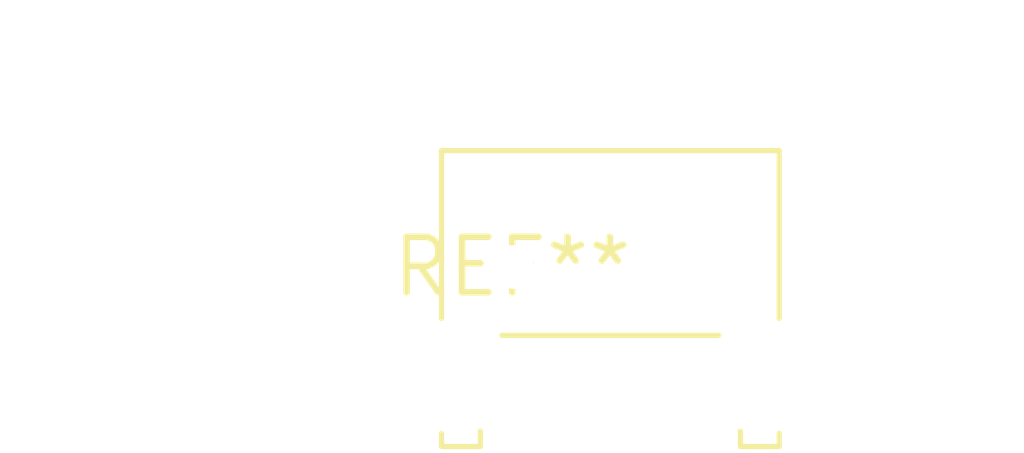
<source format=kicad_pcb>
(kicad_pcb (version 20240108) (generator pcbnew)
  (layers (0 "F.Cu" signal) (31 "B.Cu" signal) (34 "B.Paste" user) (35 "F.Paste" user) (36 "B.SilkS" user "B.Silkscreen") (37 "F.SilkS" user "F.Silkscreen") (38 "B.Mask" user) (39 "F.Mask" user) (44 "Edge.Cuts" user))
  (net 0 "")
  (footprint "SW_Tactile_SKHH_Angled" (layer "F.Cu") (at 0 0)
    (property "Reference" "REF**")
    (property "Value" "SW_Tactile_SKHH_Angled")
    (fp_line (start -1.62 -2.67) (end -1.62 1.18) (layer "F.SilkS") (stroke (width 0.12)))
    (fp_line (start -1.62 3.82) (end -1.62 4.12) (layer "F.SilkS") (stroke (width 0.12)))
    (fp_line (start -0.73 4.12) (end -1.62 4.12) (layer "F.SilkS") (stroke (width 0.12)))
    (fp_line (start -0.73 4.12) (end -0.73 3.77) (layer "F.SilkS") (stroke (width 0.12)))
    (fp_line (start -0.24 1.57) (end 4.74 1.57) (layer "F.SilkS") (stroke (width 0.12)))
    (fp_line (start 5.23 4.12) (end 5.23 3.77) (layer "F.SilkS") (stroke (width 0.12)))
    (fp_line (start 6.12 -2.67) (end -1.62 -2.67) (layer "F.SilkS") (stroke (width 0.12)))
    (fp_line (start 6.12 1.18) (end 6.12 -2.67) (layer "F.SilkS") (stroke (width 0.12)))
    (fp_line (start 6.12 3.82) (end 6.12 4.12) (layer "F.SilkS") (stroke (width 0.12)))
    (fp_line (start 6.12 4.12) (end 5.23 4.12) (layer "F.SilkS") (stroke (width 0.12)))
    (pad "" thru_hole circle (at -1.25 2.5 180) (size 2.2 2.2) (drill 1.3) (layers *.Cu *.Mask) (remove_unused_layers))
    (pad "" thru_hole circle (at 5.75 2.5 180) (size 2.2 2.2) (drill 1.3) (layers *.Cu *.Mask) (remove_unused_layers))
    (pad "1" thru_hole circle (at 0 0 180) (size 1.7 1.7) (drill 1) (layers *.Cu *.Mask) (remove_unused_layers))
    (pad "2" thru_hole circle (at 4.5 0 180) (size 1.7 1.7) (drill 1) (layers *.Cu *.Mask) (remove_unused_layers))
  )
)
</source>
